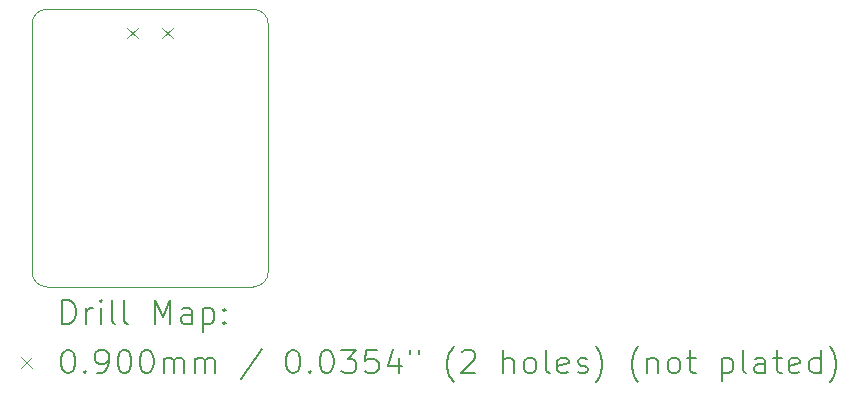
<source format=gbr>
%TF.GenerationSoftware,KiCad,Pcbnew,9.0.4*%
%TF.CreationDate,2025-08-25T23:50:36+01:00*%
%TF.ProjectId,smol-slime-xiao,736d6f6c-2d73-46c6-996d-652d7869616f,1.0*%
%TF.SameCoordinates,Original*%
%TF.FileFunction,Drillmap*%
%TF.FilePolarity,Positive*%
%FSLAX45Y45*%
G04 Gerber Fmt 4.5, Leading zero omitted, Abs format (unit mm)*
G04 Created by KiCad (PCBNEW 9.0.4) date 2025-08-25 23:50:36*
%MOMM*%
%LPD*%
G01*
G04 APERTURE LIST*
%ADD10C,0.050000*%
%ADD11C,0.200000*%
%ADD12C,0.100000*%
G04 APERTURE END LIST*
D10*
X14000000Y-8875000D02*
X14000000Y-10975000D01*
X14000000Y-8875000D02*
G75*
G02*
X14125000Y-8750000I125000J0D01*
G01*
X14125000Y-11100000D02*
X15875000Y-11100000D01*
X15875000Y-8750000D02*
G75*
G02*
X16000000Y-8875000I0J-125000D01*
G01*
X16000000Y-10975000D02*
G75*
G02*
X15875000Y-11100000I-125000J0D01*
G01*
X16000000Y-10975000D02*
X16000000Y-8875000D01*
X14125000Y-11100000D02*
G75*
G02*
X14000000Y-10975000I0J125000D01*
G01*
X15875000Y-8750000D02*
X14125000Y-8750000D01*
D11*
D12*
X14805000Y-8905000D02*
X14895000Y-8995000D01*
X14895000Y-8905000D02*
X14805000Y-8995000D01*
X15105000Y-8905000D02*
X15195000Y-8995000D01*
X15195000Y-8905000D02*
X15105000Y-8995000D01*
D11*
X14258277Y-11413984D02*
X14258277Y-11213984D01*
X14258277Y-11213984D02*
X14305896Y-11213984D01*
X14305896Y-11213984D02*
X14334467Y-11223508D01*
X14334467Y-11223508D02*
X14353515Y-11242555D01*
X14353515Y-11242555D02*
X14363039Y-11261603D01*
X14363039Y-11261603D02*
X14372562Y-11299698D01*
X14372562Y-11299698D02*
X14372562Y-11328269D01*
X14372562Y-11328269D02*
X14363039Y-11366365D01*
X14363039Y-11366365D02*
X14353515Y-11385412D01*
X14353515Y-11385412D02*
X14334467Y-11404460D01*
X14334467Y-11404460D02*
X14305896Y-11413984D01*
X14305896Y-11413984D02*
X14258277Y-11413984D01*
X14458277Y-11413984D02*
X14458277Y-11280650D01*
X14458277Y-11318746D02*
X14467801Y-11299698D01*
X14467801Y-11299698D02*
X14477324Y-11290174D01*
X14477324Y-11290174D02*
X14496372Y-11280650D01*
X14496372Y-11280650D02*
X14515420Y-11280650D01*
X14582086Y-11413984D02*
X14582086Y-11280650D01*
X14582086Y-11213984D02*
X14572562Y-11223508D01*
X14572562Y-11223508D02*
X14582086Y-11233031D01*
X14582086Y-11233031D02*
X14591610Y-11223508D01*
X14591610Y-11223508D02*
X14582086Y-11213984D01*
X14582086Y-11213984D02*
X14582086Y-11233031D01*
X14705896Y-11413984D02*
X14686848Y-11404460D01*
X14686848Y-11404460D02*
X14677324Y-11385412D01*
X14677324Y-11385412D02*
X14677324Y-11213984D01*
X14810658Y-11413984D02*
X14791610Y-11404460D01*
X14791610Y-11404460D02*
X14782086Y-11385412D01*
X14782086Y-11385412D02*
X14782086Y-11213984D01*
X15039229Y-11413984D02*
X15039229Y-11213984D01*
X15039229Y-11213984D02*
X15105896Y-11356841D01*
X15105896Y-11356841D02*
X15172562Y-11213984D01*
X15172562Y-11213984D02*
X15172562Y-11413984D01*
X15353515Y-11413984D02*
X15353515Y-11309222D01*
X15353515Y-11309222D02*
X15343991Y-11290174D01*
X15343991Y-11290174D02*
X15324943Y-11280650D01*
X15324943Y-11280650D02*
X15286848Y-11280650D01*
X15286848Y-11280650D02*
X15267801Y-11290174D01*
X15353515Y-11404460D02*
X15334467Y-11413984D01*
X15334467Y-11413984D02*
X15286848Y-11413984D01*
X15286848Y-11413984D02*
X15267801Y-11404460D01*
X15267801Y-11404460D02*
X15258277Y-11385412D01*
X15258277Y-11385412D02*
X15258277Y-11366365D01*
X15258277Y-11366365D02*
X15267801Y-11347317D01*
X15267801Y-11347317D02*
X15286848Y-11337793D01*
X15286848Y-11337793D02*
X15334467Y-11337793D01*
X15334467Y-11337793D02*
X15353515Y-11328269D01*
X15448753Y-11280650D02*
X15448753Y-11480650D01*
X15448753Y-11290174D02*
X15467801Y-11280650D01*
X15467801Y-11280650D02*
X15505896Y-11280650D01*
X15505896Y-11280650D02*
X15524943Y-11290174D01*
X15524943Y-11290174D02*
X15534467Y-11299698D01*
X15534467Y-11299698D02*
X15543991Y-11318746D01*
X15543991Y-11318746D02*
X15543991Y-11375888D01*
X15543991Y-11375888D02*
X15534467Y-11394936D01*
X15534467Y-11394936D02*
X15524943Y-11404460D01*
X15524943Y-11404460D02*
X15505896Y-11413984D01*
X15505896Y-11413984D02*
X15467801Y-11413984D01*
X15467801Y-11413984D02*
X15448753Y-11404460D01*
X15629705Y-11394936D02*
X15639229Y-11404460D01*
X15639229Y-11404460D02*
X15629705Y-11413984D01*
X15629705Y-11413984D02*
X15620182Y-11404460D01*
X15620182Y-11404460D02*
X15629705Y-11394936D01*
X15629705Y-11394936D02*
X15629705Y-11413984D01*
X15629705Y-11290174D02*
X15639229Y-11299698D01*
X15639229Y-11299698D02*
X15629705Y-11309222D01*
X15629705Y-11309222D02*
X15620182Y-11299698D01*
X15620182Y-11299698D02*
X15629705Y-11290174D01*
X15629705Y-11290174D02*
X15629705Y-11309222D01*
D12*
X13907500Y-11697500D02*
X13997500Y-11787500D01*
X13997500Y-11697500D02*
X13907500Y-11787500D01*
D11*
X14296372Y-11633984D02*
X14315420Y-11633984D01*
X14315420Y-11633984D02*
X14334467Y-11643508D01*
X14334467Y-11643508D02*
X14343991Y-11653031D01*
X14343991Y-11653031D02*
X14353515Y-11672079D01*
X14353515Y-11672079D02*
X14363039Y-11710174D01*
X14363039Y-11710174D02*
X14363039Y-11757793D01*
X14363039Y-11757793D02*
X14353515Y-11795888D01*
X14353515Y-11795888D02*
X14343991Y-11814936D01*
X14343991Y-11814936D02*
X14334467Y-11824460D01*
X14334467Y-11824460D02*
X14315420Y-11833984D01*
X14315420Y-11833984D02*
X14296372Y-11833984D01*
X14296372Y-11833984D02*
X14277324Y-11824460D01*
X14277324Y-11824460D02*
X14267801Y-11814936D01*
X14267801Y-11814936D02*
X14258277Y-11795888D01*
X14258277Y-11795888D02*
X14248753Y-11757793D01*
X14248753Y-11757793D02*
X14248753Y-11710174D01*
X14248753Y-11710174D02*
X14258277Y-11672079D01*
X14258277Y-11672079D02*
X14267801Y-11653031D01*
X14267801Y-11653031D02*
X14277324Y-11643508D01*
X14277324Y-11643508D02*
X14296372Y-11633984D01*
X14448753Y-11814936D02*
X14458277Y-11824460D01*
X14458277Y-11824460D02*
X14448753Y-11833984D01*
X14448753Y-11833984D02*
X14439229Y-11824460D01*
X14439229Y-11824460D02*
X14448753Y-11814936D01*
X14448753Y-11814936D02*
X14448753Y-11833984D01*
X14553515Y-11833984D02*
X14591610Y-11833984D01*
X14591610Y-11833984D02*
X14610658Y-11824460D01*
X14610658Y-11824460D02*
X14620182Y-11814936D01*
X14620182Y-11814936D02*
X14639229Y-11786365D01*
X14639229Y-11786365D02*
X14648753Y-11748269D01*
X14648753Y-11748269D02*
X14648753Y-11672079D01*
X14648753Y-11672079D02*
X14639229Y-11653031D01*
X14639229Y-11653031D02*
X14629705Y-11643508D01*
X14629705Y-11643508D02*
X14610658Y-11633984D01*
X14610658Y-11633984D02*
X14572562Y-11633984D01*
X14572562Y-11633984D02*
X14553515Y-11643508D01*
X14553515Y-11643508D02*
X14543991Y-11653031D01*
X14543991Y-11653031D02*
X14534467Y-11672079D01*
X14534467Y-11672079D02*
X14534467Y-11719698D01*
X14534467Y-11719698D02*
X14543991Y-11738746D01*
X14543991Y-11738746D02*
X14553515Y-11748269D01*
X14553515Y-11748269D02*
X14572562Y-11757793D01*
X14572562Y-11757793D02*
X14610658Y-11757793D01*
X14610658Y-11757793D02*
X14629705Y-11748269D01*
X14629705Y-11748269D02*
X14639229Y-11738746D01*
X14639229Y-11738746D02*
X14648753Y-11719698D01*
X14772562Y-11633984D02*
X14791610Y-11633984D01*
X14791610Y-11633984D02*
X14810658Y-11643508D01*
X14810658Y-11643508D02*
X14820182Y-11653031D01*
X14820182Y-11653031D02*
X14829705Y-11672079D01*
X14829705Y-11672079D02*
X14839229Y-11710174D01*
X14839229Y-11710174D02*
X14839229Y-11757793D01*
X14839229Y-11757793D02*
X14829705Y-11795888D01*
X14829705Y-11795888D02*
X14820182Y-11814936D01*
X14820182Y-11814936D02*
X14810658Y-11824460D01*
X14810658Y-11824460D02*
X14791610Y-11833984D01*
X14791610Y-11833984D02*
X14772562Y-11833984D01*
X14772562Y-11833984D02*
X14753515Y-11824460D01*
X14753515Y-11824460D02*
X14743991Y-11814936D01*
X14743991Y-11814936D02*
X14734467Y-11795888D01*
X14734467Y-11795888D02*
X14724943Y-11757793D01*
X14724943Y-11757793D02*
X14724943Y-11710174D01*
X14724943Y-11710174D02*
X14734467Y-11672079D01*
X14734467Y-11672079D02*
X14743991Y-11653031D01*
X14743991Y-11653031D02*
X14753515Y-11643508D01*
X14753515Y-11643508D02*
X14772562Y-11633984D01*
X14963039Y-11633984D02*
X14982086Y-11633984D01*
X14982086Y-11633984D02*
X15001134Y-11643508D01*
X15001134Y-11643508D02*
X15010658Y-11653031D01*
X15010658Y-11653031D02*
X15020182Y-11672079D01*
X15020182Y-11672079D02*
X15029705Y-11710174D01*
X15029705Y-11710174D02*
X15029705Y-11757793D01*
X15029705Y-11757793D02*
X15020182Y-11795888D01*
X15020182Y-11795888D02*
X15010658Y-11814936D01*
X15010658Y-11814936D02*
X15001134Y-11824460D01*
X15001134Y-11824460D02*
X14982086Y-11833984D01*
X14982086Y-11833984D02*
X14963039Y-11833984D01*
X14963039Y-11833984D02*
X14943991Y-11824460D01*
X14943991Y-11824460D02*
X14934467Y-11814936D01*
X14934467Y-11814936D02*
X14924943Y-11795888D01*
X14924943Y-11795888D02*
X14915420Y-11757793D01*
X14915420Y-11757793D02*
X14915420Y-11710174D01*
X14915420Y-11710174D02*
X14924943Y-11672079D01*
X14924943Y-11672079D02*
X14934467Y-11653031D01*
X14934467Y-11653031D02*
X14943991Y-11643508D01*
X14943991Y-11643508D02*
X14963039Y-11633984D01*
X15115420Y-11833984D02*
X15115420Y-11700650D01*
X15115420Y-11719698D02*
X15124943Y-11710174D01*
X15124943Y-11710174D02*
X15143991Y-11700650D01*
X15143991Y-11700650D02*
X15172563Y-11700650D01*
X15172563Y-11700650D02*
X15191610Y-11710174D01*
X15191610Y-11710174D02*
X15201134Y-11729222D01*
X15201134Y-11729222D02*
X15201134Y-11833984D01*
X15201134Y-11729222D02*
X15210658Y-11710174D01*
X15210658Y-11710174D02*
X15229705Y-11700650D01*
X15229705Y-11700650D02*
X15258277Y-11700650D01*
X15258277Y-11700650D02*
X15277324Y-11710174D01*
X15277324Y-11710174D02*
X15286848Y-11729222D01*
X15286848Y-11729222D02*
X15286848Y-11833984D01*
X15382086Y-11833984D02*
X15382086Y-11700650D01*
X15382086Y-11719698D02*
X15391610Y-11710174D01*
X15391610Y-11710174D02*
X15410658Y-11700650D01*
X15410658Y-11700650D02*
X15439229Y-11700650D01*
X15439229Y-11700650D02*
X15458277Y-11710174D01*
X15458277Y-11710174D02*
X15467801Y-11729222D01*
X15467801Y-11729222D02*
X15467801Y-11833984D01*
X15467801Y-11729222D02*
X15477324Y-11710174D01*
X15477324Y-11710174D02*
X15496372Y-11700650D01*
X15496372Y-11700650D02*
X15524943Y-11700650D01*
X15524943Y-11700650D02*
X15543991Y-11710174D01*
X15543991Y-11710174D02*
X15553515Y-11729222D01*
X15553515Y-11729222D02*
X15553515Y-11833984D01*
X15943991Y-11624460D02*
X15772563Y-11881603D01*
X16201134Y-11633984D02*
X16220182Y-11633984D01*
X16220182Y-11633984D02*
X16239229Y-11643508D01*
X16239229Y-11643508D02*
X16248753Y-11653031D01*
X16248753Y-11653031D02*
X16258277Y-11672079D01*
X16258277Y-11672079D02*
X16267801Y-11710174D01*
X16267801Y-11710174D02*
X16267801Y-11757793D01*
X16267801Y-11757793D02*
X16258277Y-11795888D01*
X16258277Y-11795888D02*
X16248753Y-11814936D01*
X16248753Y-11814936D02*
X16239229Y-11824460D01*
X16239229Y-11824460D02*
X16220182Y-11833984D01*
X16220182Y-11833984D02*
X16201134Y-11833984D01*
X16201134Y-11833984D02*
X16182086Y-11824460D01*
X16182086Y-11824460D02*
X16172563Y-11814936D01*
X16172563Y-11814936D02*
X16163039Y-11795888D01*
X16163039Y-11795888D02*
X16153515Y-11757793D01*
X16153515Y-11757793D02*
X16153515Y-11710174D01*
X16153515Y-11710174D02*
X16163039Y-11672079D01*
X16163039Y-11672079D02*
X16172563Y-11653031D01*
X16172563Y-11653031D02*
X16182086Y-11643508D01*
X16182086Y-11643508D02*
X16201134Y-11633984D01*
X16353515Y-11814936D02*
X16363039Y-11824460D01*
X16363039Y-11824460D02*
X16353515Y-11833984D01*
X16353515Y-11833984D02*
X16343991Y-11824460D01*
X16343991Y-11824460D02*
X16353515Y-11814936D01*
X16353515Y-11814936D02*
X16353515Y-11833984D01*
X16486848Y-11633984D02*
X16505896Y-11633984D01*
X16505896Y-11633984D02*
X16524944Y-11643508D01*
X16524944Y-11643508D02*
X16534467Y-11653031D01*
X16534467Y-11653031D02*
X16543991Y-11672079D01*
X16543991Y-11672079D02*
X16553515Y-11710174D01*
X16553515Y-11710174D02*
X16553515Y-11757793D01*
X16553515Y-11757793D02*
X16543991Y-11795888D01*
X16543991Y-11795888D02*
X16534467Y-11814936D01*
X16534467Y-11814936D02*
X16524944Y-11824460D01*
X16524944Y-11824460D02*
X16505896Y-11833984D01*
X16505896Y-11833984D02*
X16486848Y-11833984D01*
X16486848Y-11833984D02*
X16467801Y-11824460D01*
X16467801Y-11824460D02*
X16458277Y-11814936D01*
X16458277Y-11814936D02*
X16448753Y-11795888D01*
X16448753Y-11795888D02*
X16439229Y-11757793D01*
X16439229Y-11757793D02*
X16439229Y-11710174D01*
X16439229Y-11710174D02*
X16448753Y-11672079D01*
X16448753Y-11672079D02*
X16458277Y-11653031D01*
X16458277Y-11653031D02*
X16467801Y-11643508D01*
X16467801Y-11643508D02*
X16486848Y-11633984D01*
X16620182Y-11633984D02*
X16743991Y-11633984D01*
X16743991Y-11633984D02*
X16677325Y-11710174D01*
X16677325Y-11710174D02*
X16705896Y-11710174D01*
X16705896Y-11710174D02*
X16724944Y-11719698D01*
X16724944Y-11719698D02*
X16734467Y-11729222D01*
X16734467Y-11729222D02*
X16743991Y-11748269D01*
X16743991Y-11748269D02*
X16743991Y-11795888D01*
X16743991Y-11795888D02*
X16734467Y-11814936D01*
X16734467Y-11814936D02*
X16724944Y-11824460D01*
X16724944Y-11824460D02*
X16705896Y-11833984D01*
X16705896Y-11833984D02*
X16648753Y-11833984D01*
X16648753Y-11833984D02*
X16629706Y-11824460D01*
X16629706Y-11824460D02*
X16620182Y-11814936D01*
X16924944Y-11633984D02*
X16829706Y-11633984D01*
X16829706Y-11633984D02*
X16820182Y-11729222D01*
X16820182Y-11729222D02*
X16829706Y-11719698D01*
X16829706Y-11719698D02*
X16848753Y-11710174D01*
X16848753Y-11710174D02*
X16896372Y-11710174D01*
X16896372Y-11710174D02*
X16915420Y-11719698D01*
X16915420Y-11719698D02*
X16924944Y-11729222D01*
X16924944Y-11729222D02*
X16934468Y-11748269D01*
X16934468Y-11748269D02*
X16934468Y-11795888D01*
X16934468Y-11795888D02*
X16924944Y-11814936D01*
X16924944Y-11814936D02*
X16915420Y-11824460D01*
X16915420Y-11824460D02*
X16896372Y-11833984D01*
X16896372Y-11833984D02*
X16848753Y-11833984D01*
X16848753Y-11833984D02*
X16829706Y-11824460D01*
X16829706Y-11824460D02*
X16820182Y-11814936D01*
X17105896Y-11700650D02*
X17105896Y-11833984D01*
X17058277Y-11624460D02*
X17010658Y-11767317D01*
X17010658Y-11767317D02*
X17134468Y-11767317D01*
X17201134Y-11633984D02*
X17201134Y-11672079D01*
X17277325Y-11633984D02*
X17277325Y-11672079D01*
X17572563Y-11910174D02*
X17563039Y-11900650D01*
X17563039Y-11900650D02*
X17543991Y-11872079D01*
X17543991Y-11872079D02*
X17534468Y-11853031D01*
X17534468Y-11853031D02*
X17524944Y-11824460D01*
X17524944Y-11824460D02*
X17515420Y-11776841D01*
X17515420Y-11776841D02*
X17515420Y-11738746D01*
X17515420Y-11738746D02*
X17524944Y-11691127D01*
X17524944Y-11691127D02*
X17534468Y-11662555D01*
X17534468Y-11662555D02*
X17543991Y-11643508D01*
X17543991Y-11643508D02*
X17563039Y-11614936D01*
X17563039Y-11614936D02*
X17572563Y-11605412D01*
X17639230Y-11653031D02*
X17648753Y-11643508D01*
X17648753Y-11643508D02*
X17667801Y-11633984D01*
X17667801Y-11633984D02*
X17715420Y-11633984D01*
X17715420Y-11633984D02*
X17734468Y-11643508D01*
X17734468Y-11643508D02*
X17743991Y-11653031D01*
X17743991Y-11653031D02*
X17753515Y-11672079D01*
X17753515Y-11672079D02*
X17753515Y-11691127D01*
X17753515Y-11691127D02*
X17743991Y-11719698D01*
X17743991Y-11719698D02*
X17629706Y-11833984D01*
X17629706Y-11833984D02*
X17753515Y-11833984D01*
X17991611Y-11833984D02*
X17991611Y-11633984D01*
X18077325Y-11833984D02*
X18077325Y-11729222D01*
X18077325Y-11729222D02*
X18067801Y-11710174D01*
X18067801Y-11710174D02*
X18048753Y-11700650D01*
X18048753Y-11700650D02*
X18020182Y-11700650D01*
X18020182Y-11700650D02*
X18001134Y-11710174D01*
X18001134Y-11710174D02*
X17991611Y-11719698D01*
X18201134Y-11833984D02*
X18182087Y-11824460D01*
X18182087Y-11824460D02*
X18172563Y-11814936D01*
X18172563Y-11814936D02*
X18163039Y-11795888D01*
X18163039Y-11795888D02*
X18163039Y-11738746D01*
X18163039Y-11738746D02*
X18172563Y-11719698D01*
X18172563Y-11719698D02*
X18182087Y-11710174D01*
X18182087Y-11710174D02*
X18201134Y-11700650D01*
X18201134Y-11700650D02*
X18229706Y-11700650D01*
X18229706Y-11700650D02*
X18248753Y-11710174D01*
X18248753Y-11710174D02*
X18258277Y-11719698D01*
X18258277Y-11719698D02*
X18267801Y-11738746D01*
X18267801Y-11738746D02*
X18267801Y-11795888D01*
X18267801Y-11795888D02*
X18258277Y-11814936D01*
X18258277Y-11814936D02*
X18248753Y-11824460D01*
X18248753Y-11824460D02*
X18229706Y-11833984D01*
X18229706Y-11833984D02*
X18201134Y-11833984D01*
X18382087Y-11833984D02*
X18363039Y-11824460D01*
X18363039Y-11824460D02*
X18353515Y-11805412D01*
X18353515Y-11805412D02*
X18353515Y-11633984D01*
X18534468Y-11824460D02*
X18515420Y-11833984D01*
X18515420Y-11833984D02*
X18477325Y-11833984D01*
X18477325Y-11833984D02*
X18458277Y-11824460D01*
X18458277Y-11824460D02*
X18448753Y-11805412D01*
X18448753Y-11805412D02*
X18448753Y-11729222D01*
X18448753Y-11729222D02*
X18458277Y-11710174D01*
X18458277Y-11710174D02*
X18477325Y-11700650D01*
X18477325Y-11700650D02*
X18515420Y-11700650D01*
X18515420Y-11700650D02*
X18534468Y-11710174D01*
X18534468Y-11710174D02*
X18543992Y-11729222D01*
X18543992Y-11729222D02*
X18543992Y-11748269D01*
X18543992Y-11748269D02*
X18448753Y-11767317D01*
X18620182Y-11824460D02*
X18639230Y-11833984D01*
X18639230Y-11833984D02*
X18677325Y-11833984D01*
X18677325Y-11833984D02*
X18696373Y-11824460D01*
X18696373Y-11824460D02*
X18705896Y-11805412D01*
X18705896Y-11805412D02*
X18705896Y-11795888D01*
X18705896Y-11795888D02*
X18696373Y-11776841D01*
X18696373Y-11776841D02*
X18677325Y-11767317D01*
X18677325Y-11767317D02*
X18648753Y-11767317D01*
X18648753Y-11767317D02*
X18629706Y-11757793D01*
X18629706Y-11757793D02*
X18620182Y-11738746D01*
X18620182Y-11738746D02*
X18620182Y-11729222D01*
X18620182Y-11729222D02*
X18629706Y-11710174D01*
X18629706Y-11710174D02*
X18648753Y-11700650D01*
X18648753Y-11700650D02*
X18677325Y-11700650D01*
X18677325Y-11700650D02*
X18696373Y-11710174D01*
X18772563Y-11910174D02*
X18782087Y-11900650D01*
X18782087Y-11900650D02*
X18801134Y-11872079D01*
X18801134Y-11872079D02*
X18810658Y-11853031D01*
X18810658Y-11853031D02*
X18820182Y-11824460D01*
X18820182Y-11824460D02*
X18829706Y-11776841D01*
X18829706Y-11776841D02*
X18829706Y-11738746D01*
X18829706Y-11738746D02*
X18820182Y-11691127D01*
X18820182Y-11691127D02*
X18810658Y-11662555D01*
X18810658Y-11662555D02*
X18801134Y-11643508D01*
X18801134Y-11643508D02*
X18782087Y-11614936D01*
X18782087Y-11614936D02*
X18772563Y-11605412D01*
X19134468Y-11910174D02*
X19124944Y-11900650D01*
X19124944Y-11900650D02*
X19105896Y-11872079D01*
X19105896Y-11872079D02*
X19096373Y-11853031D01*
X19096373Y-11853031D02*
X19086849Y-11824460D01*
X19086849Y-11824460D02*
X19077325Y-11776841D01*
X19077325Y-11776841D02*
X19077325Y-11738746D01*
X19077325Y-11738746D02*
X19086849Y-11691127D01*
X19086849Y-11691127D02*
X19096373Y-11662555D01*
X19096373Y-11662555D02*
X19105896Y-11643508D01*
X19105896Y-11643508D02*
X19124944Y-11614936D01*
X19124944Y-11614936D02*
X19134468Y-11605412D01*
X19210658Y-11700650D02*
X19210658Y-11833984D01*
X19210658Y-11719698D02*
X19220182Y-11710174D01*
X19220182Y-11710174D02*
X19239230Y-11700650D01*
X19239230Y-11700650D02*
X19267801Y-11700650D01*
X19267801Y-11700650D02*
X19286849Y-11710174D01*
X19286849Y-11710174D02*
X19296373Y-11729222D01*
X19296373Y-11729222D02*
X19296373Y-11833984D01*
X19420182Y-11833984D02*
X19401134Y-11824460D01*
X19401134Y-11824460D02*
X19391611Y-11814936D01*
X19391611Y-11814936D02*
X19382087Y-11795888D01*
X19382087Y-11795888D02*
X19382087Y-11738746D01*
X19382087Y-11738746D02*
X19391611Y-11719698D01*
X19391611Y-11719698D02*
X19401134Y-11710174D01*
X19401134Y-11710174D02*
X19420182Y-11700650D01*
X19420182Y-11700650D02*
X19448754Y-11700650D01*
X19448754Y-11700650D02*
X19467801Y-11710174D01*
X19467801Y-11710174D02*
X19477325Y-11719698D01*
X19477325Y-11719698D02*
X19486849Y-11738746D01*
X19486849Y-11738746D02*
X19486849Y-11795888D01*
X19486849Y-11795888D02*
X19477325Y-11814936D01*
X19477325Y-11814936D02*
X19467801Y-11824460D01*
X19467801Y-11824460D02*
X19448754Y-11833984D01*
X19448754Y-11833984D02*
X19420182Y-11833984D01*
X19543992Y-11700650D02*
X19620182Y-11700650D01*
X19572563Y-11633984D02*
X19572563Y-11805412D01*
X19572563Y-11805412D02*
X19582087Y-11824460D01*
X19582087Y-11824460D02*
X19601134Y-11833984D01*
X19601134Y-11833984D02*
X19620182Y-11833984D01*
X19839230Y-11700650D02*
X19839230Y-11900650D01*
X19839230Y-11710174D02*
X19858277Y-11700650D01*
X19858277Y-11700650D02*
X19896373Y-11700650D01*
X19896373Y-11700650D02*
X19915420Y-11710174D01*
X19915420Y-11710174D02*
X19924944Y-11719698D01*
X19924944Y-11719698D02*
X19934468Y-11738746D01*
X19934468Y-11738746D02*
X19934468Y-11795888D01*
X19934468Y-11795888D02*
X19924944Y-11814936D01*
X19924944Y-11814936D02*
X19915420Y-11824460D01*
X19915420Y-11824460D02*
X19896373Y-11833984D01*
X19896373Y-11833984D02*
X19858277Y-11833984D01*
X19858277Y-11833984D02*
X19839230Y-11824460D01*
X20048754Y-11833984D02*
X20029706Y-11824460D01*
X20029706Y-11824460D02*
X20020182Y-11805412D01*
X20020182Y-11805412D02*
X20020182Y-11633984D01*
X20210658Y-11833984D02*
X20210658Y-11729222D01*
X20210658Y-11729222D02*
X20201135Y-11710174D01*
X20201135Y-11710174D02*
X20182087Y-11700650D01*
X20182087Y-11700650D02*
X20143992Y-11700650D01*
X20143992Y-11700650D02*
X20124944Y-11710174D01*
X20210658Y-11824460D02*
X20191611Y-11833984D01*
X20191611Y-11833984D02*
X20143992Y-11833984D01*
X20143992Y-11833984D02*
X20124944Y-11824460D01*
X20124944Y-11824460D02*
X20115420Y-11805412D01*
X20115420Y-11805412D02*
X20115420Y-11786365D01*
X20115420Y-11786365D02*
X20124944Y-11767317D01*
X20124944Y-11767317D02*
X20143992Y-11757793D01*
X20143992Y-11757793D02*
X20191611Y-11757793D01*
X20191611Y-11757793D02*
X20210658Y-11748269D01*
X20277325Y-11700650D02*
X20353515Y-11700650D01*
X20305896Y-11633984D02*
X20305896Y-11805412D01*
X20305896Y-11805412D02*
X20315420Y-11824460D01*
X20315420Y-11824460D02*
X20334468Y-11833984D01*
X20334468Y-11833984D02*
X20353515Y-11833984D01*
X20496373Y-11824460D02*
X20477325Y-11833984D01*
X20477325Y-11833984D02*
X20439230Y-11833984D01*
X20439230Y-11833984D02*
X20420182Y-11824460D01*
X20420182Y-11824460D02*
X20410658Y-11805412D01*
X20410658Y-11805412D02*
X20410658Y-11729222D01*
X20410658Y-11729222D02*
X20420182Y-11710174D01*
X20420182Y-11710174D02*
X20439230Y-11700650D01*
X20439230Y-11700650D02*
X20477325Y-11700650D01*
X20477325Y-11700650D02*
X20496373Y-11710174D01*
X20496373Y-11710174D02*
X20505896Y-11729222D01*
X20505896Y-11729222D02*
X20505896Y-11748269D01*
X20505896Y-11748269D02*
X20410658Y-11767317D01*
X20677325Y-11833984D02*
X20677325Y-11633984D01*
X20677325Y-11824460D02*
X20658277Y-11833984D01*
X20658277Y-11833984D02*
X20620182Y-11833984D01*
X20620182Y-11833984D02*
X20601135Y-11824460D01*
X20601135Y-11824460D02*
X20591611Y-11814936D01*
X20591611Y-11814936D02*
X20582087Y-11795888D01*
X20582087Y-11795888D02*
X20582087Y-11738746D01*
X20582087Y-11738746D02*
X20591611Y-11719698D01*
X20591611Y-11719698D02*
X20601135Y-11710174D01*
X20601135Y-11710174D02*
X20620182Y-11700650D01*
X20620182Y-11700650D02*
X20658277Y-11700650D01*
X20658277Y-11700650D02*
X20677325Y-11710174D01*
X20753516Y-11910174D02*
X20763039Y-11900650D01*
X20763039Y-11900650D02*
X20782087Y-11872079D01*
X20782087Y-11872079D02*
X20791611Y-11853031D01*
X20791611Y-11853031D02*
X20801135Y-11824460D01*
X20801135Y-11824460D02*
X20810658Y-11776841D01*
X20810658Y-11776841D02*
X20810658Y-11738746D01*
X20810658Y-11738746D02*
X20801135Y-11691127D01*
X20801135Y-11691127D02*
X20791611Y-11662555D01*
X20791611Y-11662555D02*
X20782087Y-11643508D01*
X20782087Y-11643508D02*
X20763039Y-11614936D01*
X20763039Y-11614936D02*
X20753516Y-11605412D01*
M02*

</source>
